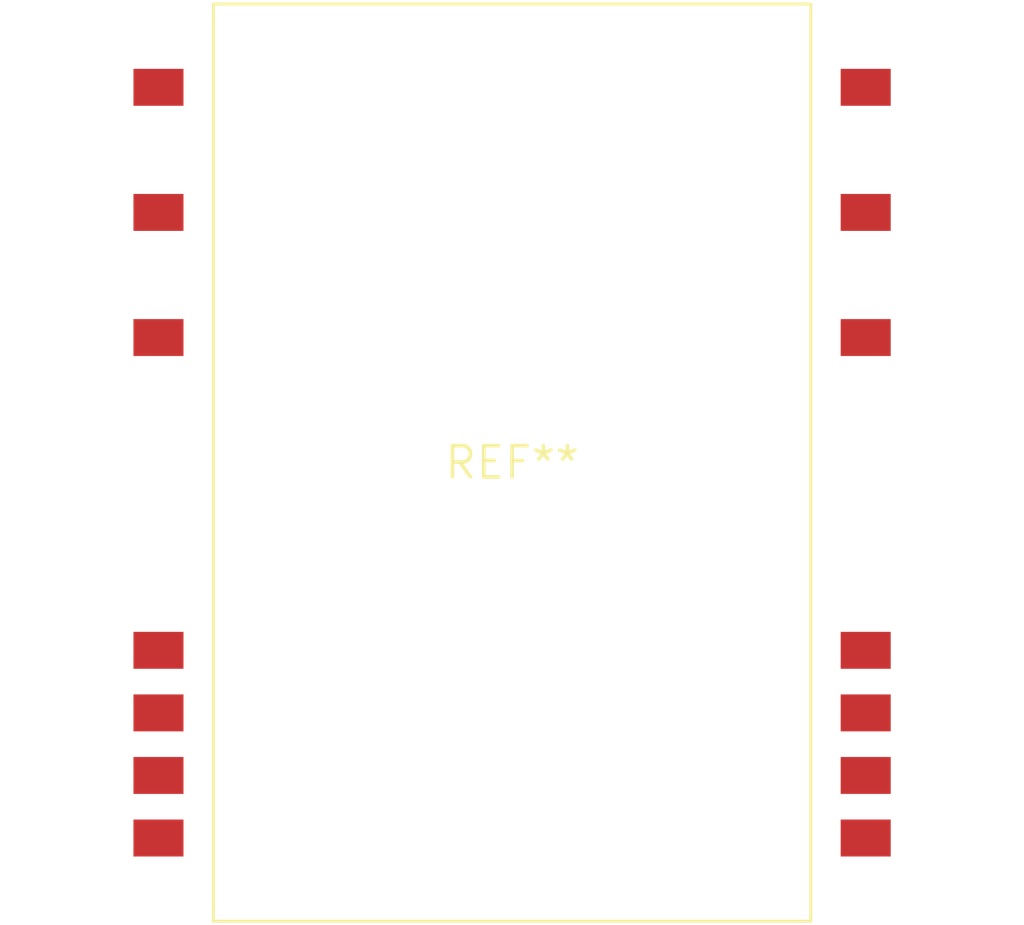
<source format=kicad_pcb>
(kicad_pcb (version 20240108) (generator pcbnew)
  (layers (0 "F.Cu" signal) (31 "B.Cu" signal) (34 "B.Paste" user) (35 "F.Paste" user) (36 "B.SilkS" user "B.Silkscreen") (37 "F.SilkS" user "F.Silkscreen") (38 "B.Mask" user) (39 "F.Mask" user) (44 "Edge.Cuts" user))
  (net 0 "")
  (footprint "Converter_ACDC_MeanWell_IRM-03-xx_SMD" (layer "F.Cu") (at 0 0)
    (property "Reference" "REF**")
    (property "Value" "Converter_ACDC_MeanWell_IRM-03-xx_SMD")
    (fp_line (start -12.12 -18.62) (end 12.12 -18.62) (layer "F.SilkS") (stroke (width 0.12)))
    (fp_line (start -12.12 18.62) (end -12.12 -18.62) (layer "F.SilkS") (stroke (width 0.12)))
    (fp_line (start 12.12 -18.62) (end 12.12 18.62) (layer "F.SilkS") (stroke (width 0.12)))
    (fp_line (start 12.12 18.62) (end -12.12 18.62) (layer "F.SilkS") (stroke (width 0.12)))
    (pad "1" smd rect (at -14.35 -15.24 270) (size 1.5 2.03) (layers "F.Cu" "F.Paste" "F.Mask"))
    (pad "3" smd rect (at -14.35 -10.16 270) (size 1.5 2.03) (layers "F.Cu" "F.Paste" "F.Mask"))
    (pad "5" smd rect (at -14.35 -5.08 270) (size 1.5 2.03) (layers "F.Cu" "F.Paste" "F.Mask"))
    (pad "10" smd rect (at -14.35 7.62 270) (size 1.5 2.03) (layers "F.Cu" "F.Paste" "F.Mask"))
    (pad "11" smd rect (at -14.35 10.16 270) (size 1.5 2.03) (layers "F.Cu" "F.Paste" "F.Mask"))
    (pad "12" smd rect (at -14.35 12.7 270) (size 1.5 2.03) (layers "F.Cu" "F.Paste" "F.Mask"))
    (pad "13" smd rect (at -14.35 15.24 270) (size 1.5 2.03) (layers "F.Cu" "F.Paste" "F.Mask"))
    (pad "14" smd rect (at 14.35 15.24 270) (size 1.5 2.03) (layers "F.Cu" "F.Paste" "F.Mask"))
    (pad "15" smd rect (at 14.35 12.7 270) (size 1.5 2.03) (layers "F.Cu" "F.Paste" "F.Mask"))
    (pad "16" smd rect (at 14.35 10.16 270) (size 1.5 2.03) (layers "F.Cu" "F.Paste" "F.Mask"))
    (pad "17" smd rect (at 14.35 7.62 270) (size 1.5 2.03) (layers "F.Cu" "F.Paste" "F.Mask"))
    (pad "22" smd rect (at 14.35 -5.08 270) (size 1.5 2.03) (layers "F.Cu" "F.Paste" "F.Mask"))
    (pad "24" smd rect (at 14.35 -10.16 270) (size 1.5 2.03) (layers "F.Cu" "F.Paste" "F.Mask"))
    (pad "26" smd rect (at 14.35 -15.24 270) (size 1.5 2.03) (layers "F.Cu" "F.Paste" "F.Mask"))
  )
)
</source>
